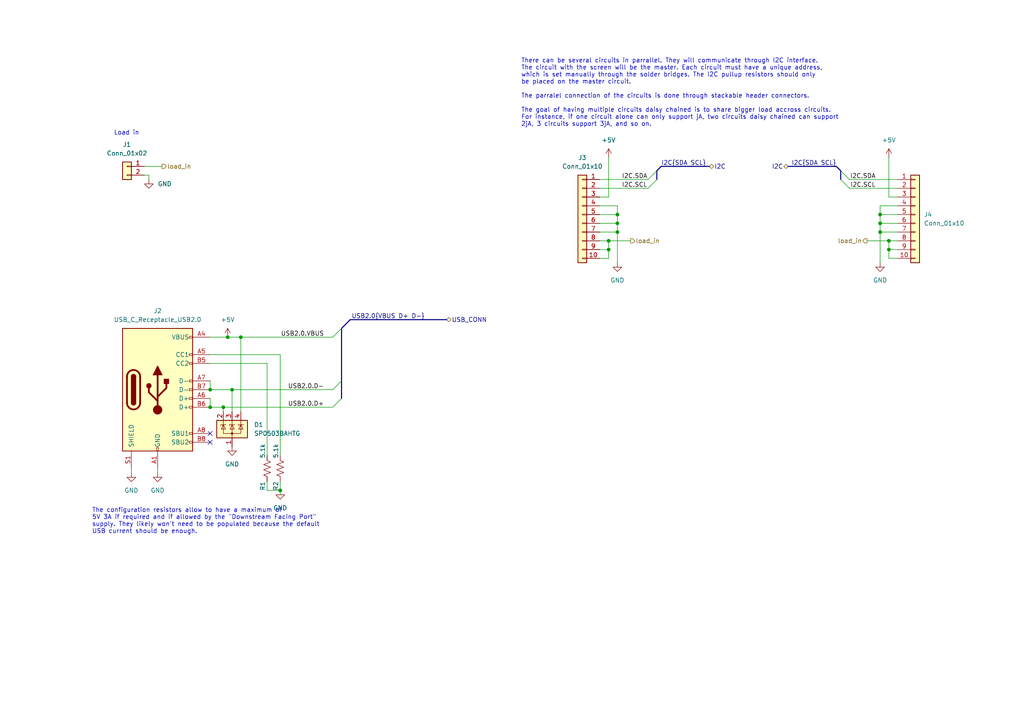
<source format=kicad_sch>
(kicad_sch (version 20211123) (generator eeschema)
  (paper "A4")
  (lib_symbols
    (symbol "Connector:USB_C_Receptacle_USB2.0" (pin_names (offset 1.016))
      (property "Reference" "J" (at -10.16 19.05 0))
      (property "Value" "USB_C_Receptacle_USB2.0" (at 19.05 19.05 0))
      (symbol "USB_C_Receptacle_USB2.0_0_0"
        (rectangle (start -0.254 -17.78) (end 0.254 -16.764))
        (rectangle (start 10.16 -14.986) (end 9.144 -15.494))
        (rectangle (start 10.16 -12.446) (end 9.144 -12.954))
        (rectangle (start 10.16 -4.826) (end 9.144 -5.334))
        (rectangle (start 10.16 -2.286) (end 9.144 -2.794))
        (rectangle (start 10.16 0.254) (end 9.144 -0.254))
        (rectangle (start 10.16 2.794) (end 9.144 2.286))
        (rectangle (start 10.16 7.874) (end 9.144 7.366))
        (rectangle (start 10.16 10.414) (end 9.144 9.906))
        (rectangle (start 10.16 15.494) (end 9.144 14.986))
      )
      (symbol "USB_C_Receptacle_USB2.0_0_1"
        (rectangle (start -10.16 17.78) (end 10.16 -17.78) (stroke (width 0.254)) (fill (type background)))
        (arc (start -8.89 -3.81) (mid -6.985 -5.715) (end -5.08 -3.81) (stroke (width 0.508)))
        (arc (start -7.62 -3.81) (mid -6.985 -4.445) (end -6.35 -3.81) (stroke (width 0.254)))
        (arc (start -7.62 -3.81) (mid -6.985 -4.445) (end -6.35 -3.81) (stroke (width 0.254)) (fill (type outline)))
        (rectangle (start -7.62 -3.81) (end -6.35 3.81) (stroke (width 0.254)) (fill (type outline)))
        (arc (start -6.35 3.81) (mid -6.985 4.445) (end -7.62 3.81) (stroke (width 0.254)))
        (arc (start -6.35 3.81) (mid -6.985 4.445) (end -7.62 3.81) (stroke (width 0.254)) (fill (type outline)))
        (arc (start -5.08 3.81) (mid -6.985 5.715) (end -8.89 3.81) (stroke (width 0.508)))
        (circle (center -2.54 1.143) (radius 0.635) (stroke (width 0.254)) (fill (type outline)))
        (circle (center 0 -5.842) (radius 1.27) (fill (type outline)))
        (polyline (pts (xy -8.89 -3.81) (xy -8.89 3.81)) (stroke (width 0.508)))
        (polyline (pts (xy -5.08 3.81) (xy -5.08 -3.81)) (stroke (width 0.508)))
        (polyline (pts (xy 0 -5.842) (xy 0 4.318)) (stroke (width 0.508)))
        (polyline (pts (xy 0 -3.302) (xy -2.54 -0.762) (xy -2.54 0.508)) (stroke (width 0.508)))
        (polyline (pts (xy 0 -2.032) (xy 2.54 0.508) (xy 2.54 1.778)) (stroke (width 0.508)))
        (polyline (pts (xy -1.27 4.318) (xy 0 6.858) (xy 1.27 4.318) (xy -1.27 4.318)) (stroke (width 0.254)) (fill (type outline)))
        (rectangle (start 1.905 1.778) (end 3.175 3.048) (stroke (width 0.254)) (fill (type outline)))
      )
      (symbol "USB_C_Receptacle_USB2.0_1_1"
        (pin passive line (at 0 -22.86 90) (length 5.08) (name "GND") (number "A1"))
        (pin passive line (at 0 -22.86 90) (length 5.08) hide (name "GND") (number "A12"))
        (pin passive line (at 15.24 15.24 180) (length 5.08) (name "VBUS") (number "A4"))
        (pin bidirectional line (at 15.24 10.16 180) (length 5.08) (name "CC1") (number "A5"))
        (pin bidirectional line (at 15.24 -2.54 180) (length 5.08) (name "D+") (number "A6"))
        (pin bidirectional line (at 15.24 2.54 180) (length 5.08) (name "D-") (number "A7"))
        (pin bidirectional line (at 15.24 -12.7 180) (length 5.08) (name "SBU1") (number "A8"))
        (pin passive line (at 15.24 15.24 180) (length 5.08) hide (name "VBUS") (number "A9"))
        (pin passive line (at 0 -22.86 90) (length 5.08) hide (name "GND") (number "B1"))
        (pin passive line (at 0 -22.86 90) (length 5.08) hide (name "GND") (number "B12"))
        (pin passive line (at 15.24 15.24 180) (length 5.08) hide (name "VBUS") (number "B4"))
        (pin bidirectional line (at 15.24 7.62 180) (length 5.08) (name "CC2") (number "B5"))
        (pin bidirectional line (at 15.24 -5.08 180) (length 5.08) (name "D+") (number "B6"))
        (pin bidirectional line (at 15.24 0 180) (length 5.08) (name "D-") (number "B7"))
        (pin bidirectional line (at 15.24 -15.24 180) (length 5.08) (name "SBU2") (number "B8"))
        (pin passive line (at 15.24 15.24 180) (length 5.08) hide (name "VBUS") (number "B9"))
        (pin passive line (at -7.62 -22.86 90) (length 5.08) (name "SHIELD") (number "S1"))
      )
    )
    (symbol "Connector_Generic:Conn_01x02" (pin_names (offset 1.016) hide)
      (property "Reference" "J" (at 0 2.54 0))
      (property "Value" "Conn_01x02" (at 0 -5.08 0))
      (symbol "Conn_01x02_1_1"
        (rectangle (start -1.27 -2.413) (end 0 -2.667) (stroke (width 0.1524)))
        (rectangle (start -1.27 0.127) (end 0 -0.127) (stroke (width 0.1524)))
        (rectangle (start -1.27 1.27) (end 1.27 -3.81) (stroke (width 0.254)) (fill (type background)))
        (pin passive line (at -5.08 0 0) (length 3.81) (name "Pin_1") (number "1"))
        (pin passive line (at -5.08 -2.54 0) (length 3.81) (name "Pin_2") (number "2"))
      )
    )
    (symbol "Connector_Generic:Conn_01x10" (pin_names (offset 1.016) hide)
      (property "Reference" "J" (at 0 12.7 0))
      (property "Value" "Conn_01x10" (at 0 -15.24 0))
      (symbol "Conn_01x10_1_1"
        (rectangle (start -1.27 -12.573) (end 0 -12.827) (stroke (width 0.1524)))
        (rectangle (start -1.27 -10.033) (end 0 -10.287) (stroke (width 0.1524)))
        (rectangle (start -1.27 -7.493) (end 0 -7.747) (stroke (width 0.1524)))
        (rectangle (start -1.27 -4.953) (end 0 -5.207) (stroke (width 0.1524)))
        (rectangle (start -1.27 -2.413) (end 0 -2.667) (stroke (width 0.1524)))
        (rectangle (start -1.27 0.127) (end 0 -0.127) (stroke (width 0.1524)))
        (rectangle (start -1.27 2.667) (end 0 2.413) (stroke (width 0.1524)))
        (rectangle (start -1.27 5.207) (end 0 4.953) (stroke (width 0.1524)))
        (rectangle (start -1.27 7.747) (end 0 7.493) (stroke (width 0.1524)))
        (rectangle (start -1.27 10.287) (end 0 10.033) (stroke (width 0.1524)))
        (rectangle (start -1.27 11.43) (end 1.27 -13.97) (stroke (width 0.254)) (fill (type background)))
        (pin passive line (at -5.08 10.16 0) (length 3.81) (name "Pin_1") (number "1"))
        (pin passive line (at -5.08 -12.7 0) (length 3.81) (name "Pin_10") (number "10"))
        (pin passive line (at -5.08 7.62 0) (length 3.81) (name "Pin_2") (number "2"))
        (pin passive line (at -5.08 5.08 0) (length 3.81) (name "Pin_3") (number "3"))
        (pin passive line (at -5.08 2.54 0) (length 3.81) (name "Pin_4") (number "4"))
        (pin passive line (at -5.08 0 0) (length 3.81) (name "Pin_5") (number "5"))
        (pin passive line (at -5.08 -2.54 0) (length 3.81) (name "Pin_6") (number "6"))
        (pin passive line (at -5.08 -5.08 0) (length 3.81) (name "Pin_7") (number "7"))
        (pin passive line (at -5.08 -7.62 0) (length 3.81) (name "Pin_8") (number "8"))
        (pin passive line (at -5.08 -10.16 0) (length 3.81) (name "Pin_9") (number "9"))
      )
    )
    (symbol "Device:R_US" (pin_numbers hide) (pin_names (offset 0))
      (property "Reference" "R" (at 2.54 0 90))
      (property "Value" "R_US" (at -2.54 0 90))
      (symbol "R_US_0_1"
        (polyline (pts (xy 0 -2.286) (xy 0 -2.54)))
        (polyline (pts (xy 0 2.286) (xy 0 2.54)))
        (polyline (pts (xy 0 -0.762) (xy 1.016 -1.143) (xy 0 -1.524) (xy -1.016 -1.905) (xy 0 -2.286)))
        (polyline (pts (xy 0 0.762) (xy 1.016 0.381) (xy 0 0) (xy -1.016 -0.381) (xy 0 -0.762)))
        (polyline (pts (xy 0 2.286) (xy 1.016 1.905) (xy 0 1.524) (xy -1.016 1.143) (xy 0 0.762)))
      )
      (symbol "R_US_1_1"
        (pin passive line (at 0 3.81 270) (length 1.27) (name "~") (number "1"))
        (pin passive line (at 0 -3.81 90) (length 1.27) (name "~") (number "2"))
      )
    )
    (symbol "Power_Protection:SP0503BAHT" (pin_names hide)
      (property "Reference" "D" (at 5.715 2.54 0))
      (property "Value" "SP0503BAHT" (at 5.715 0.635 0))
      (symbol "SP0503BAHT_0_0"
        (pin passive line (at 0 -5.08 90) (length 2.54) (name "A") (number "1"))
      )
      (symbol "SP0503BAHT_0_1"
        (rectangle (start -4.445 2.54) (end 4.445 -2.54) (stroke (width 0.254)) (fill (type background)))
        (circle (center 0 -1.27) (radius 0.254) (fill (type outline)))
        (polyline (pts (xy -2.54 2.54) (xy -2.54 1.27)))
        (polyline (pts (xy 0 -1.27) (xy 0 -2.54)))
        (polyline (pts (xy 0 -1.27) (xy 0 1.27)))
        (polyline (pts (xy 0 2.54) (xy 0 1.27)))
        (polyline (pts (xy 0.635 1.27) (xy 0.762 1.27)))
        (polyline (pts (xy 2.54 2.54) (xy 2.54 1.27)))
        (polyline (pts (xy 0.635 1.27) (xy -0.762 1.27) (xy -0.762 1.016)))
        (polyline (pts (xy -3.302 1.016) (xy -3.302 1.27) (xy -1.905 1.27) (xy -1.778 1.27)))
        (polyline (pts (xy -2.54 1.27) (xy -2.54 -1.27) (xy 2.54 -1.27) (xy 2.54 1.27)))
        (polyline (pts (xy -2.54 1.27) (xy -1.905 0) (xy -3.175 0) (xy -2.54 1.27)))
        (polyline (pts (xy 0.635 0) (xy -0.635 0) (xy 0 1.27) (xy 0.635 0)))
        (polyline (pts (xy 1.778 1.016) (xy 1.778 1.27) (xy 3.175 1.27) (xy 3.302 1.27)))
        (polyline (pts (xy 2.54 1.27) (xy 1.905 0) (xy 3.175 0) (xy 2.54 1.27)))
      )
      (symbol "SP0503BAHT_1_1"
        (pin passive line (at -2.54 5.08 270) (length 2.54) (name "K") (number "2"))
        (pin passive line (at 0 5.08 270) (length 2.54) (name "K") (number "3"))
        (pin passive line (at 2.54 5.08 270) (length 2.54) (name "K") (number "4"))
      )
    )
    (symbol "power:+5V" (power) (pin_names (offset 0))
      (property "Value" "+5V" (at 0 3.556 0))
      (symbol "+5V_0_1"
        (polyline (pts (xy -0.762 1.27) (xy 0 2.54)))
        (polyline (pts (xy 0 0) (xy 0 2.54)))
        (polyline (pts (xy 0 2.54) (xy 0.762 1.27)))
      )
      (symbol "+5V_1_1"
        (pin power_in line (at 0 0 90) (length 0) hide (name "+5V") (number "1"))
      )
    )
    (symbol "power:GND" (power) (pin_names (offset 0))
      (property "Value" "GND" (at 0 -3.81 0))
      (symbol "GND_0_1"
        (polyline (pts (xy 0 0) (xy 0 -1.27) (xy 1.27 -1.27) (xy 0 -2.54) (xy -1.27 -1.27) (xy 0 -1.27)))
      )
      (symbol "GND_1_1"
        (pin power_in line (at 0 0 270) (length 0) hide (name "GND") (number "1"))
      )
    )
  )
  (junction (at 255.27 62.23))
  (junction (at 255.27 64.77))
  (junction (at 69.85 97.79))
  (junction (at 257.81 72.39))
  (junction (at 179.07 62.23))
  (junction (at 179.07 67.31))
  (junction (at 66.04 97.79))
  (junction (at 64.77 118.11))
  (junction (at 176.53 69.85))
  (junction (at 60.96 118.11))
  (junction (at 255.27 67.31))
  (junction (at 60.96 113.03))
  (junction (at 67.31 113.03))
  (junction (at 179.07 64.77))
  (junction (at 176.53 72.39))
  (junction (at 81.28 142.24))
  (junction (at 257.81 69.85))
  (no_connect (at 60.96 125.73))
  (no_connect (at 60.96 128.27))
  (bus_entry (at 190.5 49.53) (size -2.54 2.54))
  (bus_entry (at 99.06 115.57) (size -2.54 2.54))
  (bus_entry (at 99.06 110.49) (size -2.54 2.54))
  (bus_entry (at 190.5 52.07) (size -2.54 2.54))
  (bus_entry (at 243.84 49.53) (size 2.54 2.54))
  (bus_entry (at 99.06 95.25) (size -2.54 2.54))
  (bus_entry (at 243.84 52.07) (size 2.54 2.54))
  (wire (pts (xy 43.18 50.8) (xy 41.91 50.8)))
  (wire (pts (xy 260.35 52.07) (xy 246.38 52.07)))
  (wire (pts (xy 179.07 62.23) (xy 173.99 62.23)))
  (wire (pts (xy 255.27 59.69) (xy 255.27 62.23)))
  (wire (pts (xy 77.47 105.41) (xy 77.47 132.08)))
  (wire (pts (xy 81.28 102.87) (xy 81.28 132.08)))
  (wire (pts (xy 257.81 57.15) (xy 260.35 57.15)))
  (wire (pts (xy 251.46 69.85) (xy 257.81 69.85)))
  (wire (pts (xy 255.27 67.31) (xy 255.27 76.2)))
  (wire (pts (xy 176.53 57.15) (xy 173.99 57.15)))
  (wire (pts (xy 81.28 142.24) (xy 81.28 143.51)))
  (wire (pts (xy 77.47 142.24) (xy 77.47 139.7)))
  (bus (pts (xy 101.6 92.71) (xy 99.06 95.25)))
  (wire (pts (xy 81.28 142.24) (xy 81.28 139.7)))
  (wire (pts (xy 176.53 72.39) (xy 176.53 74.93)))
  (wire (pts (xy 45.72 135.89) (xy 45.72 137.16)))
  (bus (pts (xy 243.84 49.53) (xy 243.84 52.07)))
  (wire (pts (xy 173.99 54.61) (xy 187.96 54.61)))
  (wire (pts (xy 179.07 64.77) (xy 173.99 64.77)))
  (wire (pts (xy 179.07 62.23) (xy 179.07 64.77)))
  (bus (pts (xy 242.57 48.26) (xy 243.84 49.53)))
  (bus (pts (xy 190.5 49.53) (xy 190.5 52.07)))
  (wire (pts (xy 64.77 118.11) (xy 96.52 118.11)))
  (wire (pts (xy 255.27 64.77) (xy 260.35 64.77)))
  (wire (pts (xy 255.27 59.69) (xy 260.35 59.69)))
  (wire (pts (xy 67.31 113.03) (xy 96.52 113.03)))
  (bus (pts (xy 99.06 95.25) (xy 99.06 110.49)))
  (wire (pts (xy 60.96 102.87) (xy 81.28 102.87)))
  (wire (pts (xy 64.77 119.38) (xy 64.77 118.11)))
  (bus (pts (xy 191.77 48.26) (xy 190.5 49.53)))
  (wire (pts (xy 60.96 105.41) (xy 77.47 105.41)))
  (wire (pts (xy 69.85 97.79) (xy 96.52 97.79)))
  (wire (pts (xy 60.96 115.57) (xy 60.96 118.11)))
  (wire (pts (xy 182.88 69.85) (xy 176.53 69.85)))
  (wire (pts (xy 67.31 119.38) (xy 67.31 113.03)))
  (bus (pts (xy 205.74 48.26) (xy 191.77 48.26)))
  (wire (pts (xy 176.53 74.93) (xy 173.99 74.93)))
  (bus (pts (xy 101.6 92.71) (xy 129.54 92.71)))
  (wire (pts (xy 176.53 45.72) (xy 176.53 57.15)))
  (wire (pts (xy 257.81 72.39) (xy 260.35 72.39)))
  (wire (pts (xy 260.35 54.61) (xy 246.38 54.61)))
  (bus (pts (xy 228.6 48.26) (xy 242.57 48.26)))
  (wire (pts (xy 179.07 59.69) (xy 179.07 62.23)))
  (wire (pts (xy 255.27 64.77) (xy 255.27 67.31)))
  (wire (pts (xy 60.96 118.11) (xy 64.77 118.11)))
  (wire (pts (xy 179.07 64.77) (xy 179.07 67.31)))
  (wire (pts (xy 77.47 142.24) (xy 81.28 142.24)))
  (wire (pts (xy 257.81 69.85) (xy 257.81 72.39)))
  (wire (pts (xy 255.27 67.31) (xy 260.35 67.31)))
  (wire (pts (xy 176.53 69.85) (xy 173.99 69.85)))
  (wire (pts (xy 60.96 110.49) (xy 60.96 113.03)))
  (wire (pts (xy 41.91 48.26) (xy 46.99 48.26)))
  (wire (pts (xy 66.04 97.79) (xy 69.85 97.79)))
  (wire (pts (xy 257.81 72.39) (xy 257.81 74.93)))
  (wire (pts (xy 60.96 97.79) (xy 66.04 97.79)))
  (wire (pts (xy 38.1 137.16) (xy 38.1 135.89)))
  (wire (pts (xy 176.53 69.85) (xy 176.53 72.39)))
  (wire (pts (xy 173.99 52.07) (xy 187.96 52.07)))
  (bus (pts (xy 99.06 110.49) (xy 99.06 115.57)))
  (wire (pts (xy 176.53 72.39) (xy 173.99 72.39)))
  (wire (pts (xy 179.07 59.69) (xy 173.99 59.69)))
  (wire (pts (xy 179.07 67.31) (xy 179.07 76.2)))
  (wire (pts (xy 255.27 62.23) (xy 260.35 62.23)))
  (wire (pts (xy 257.81 74.93) (xy 260.35 74.93)))
  (wire (pts (xy 60.96 113.03) (xy 67.31 113.03)))
  (wire (pts (xy 69.85 97.79) (xy 69.85 119.38)))
  (wire (pts (xy 257.81 69.85) (xy 260.35 69.85)))
  (wire (pts (xy 179.07 67.31) (xy 173.99 67.31)))
  (wire (pts (xy 43.18 52.07) (xy 43.18 50.8)))
  (wire (pts (xy 257.81 45.72) (xy 257.81 57.15)))
  (wire (pts (xy 255.27 62.23) (xy 255.27 64.77)))
  (text "The configuration resistors allow to have a maximum of \n5V 3A if required and if allowed by the \"Downstream Facing Port\" \nsupply. They likely won't need to be populated because the default \nUSB current should be enough." (at 26.67 154.94 0) (effects (font (size 1.27 1.27)) (justify left bottom)))
  (text "There can be several circuits in parrallel. They will communicate through I2C interface.\nThe circuit with the screen will be the master. Each circuit must have a unique address, \nwhich is set manually through the solder bridges. The I2C pullup resistors should only \nbe placed on the master circuit.\n\nThe parralel connection of the circuits is done through stackable header connectors.\n\nThe goal of having multiple circuits daisy chained is to share bigger load accross circuits.\nFor instance, if one circuit alone can only support jA, two circuits daisy chained can support \n2jA, 3 circuits support 3jA, and so on." (at 151.13 36.83 0) (effects (font (size 1.27 1.27)) (justify left bottom)))
  (text "Load in" (at 33.02 39.37 0) (effects (font (size 1.27 1.27)) (justify left bottom)))
  (label "I2C{SDA SCL}" (at 191.77 48.26 0))
  (label "I2C.SCL" (at 254 54.61 180))
  (label "USB2.0{VBUS D+ D-}" (at 123.19 92.71 180))
  (label "USB2.0.D+" (at 93.98 118.11 180))
  (label "USB2.0.D-" (at 93.98 113.03 180))
  (label "I2C.SDA" (at 180.34 52.07 0))
  (label "I2C.SDA" (at 254 52.07 180))
  (label "I2C.SCL" (at 180.34 54.61 0))
  (label "USB2.0.VBUS" (at 93.98 97.79 180))
  (label "I2C{SDA SCL}" (at 242.57 48.26 180))
  (hierarchical_label "load_in" (shape output) (at 251.46 69.85 180))
  (hierarchical_label "I2C" (shape bidirectional) (at 228.6 48.26 180))
  (hierarchical_label "load_in" (shape output) (at 46.99 48.26 0))
  (hierarchical_label "load_in" (shape output) (at 182.88 69.85 0))
  (hierarchical_label "USB_CONN" (shape bidirectional) (at 129.54 92.71 0))
  (hierarchical_label "I2C" (shape bidirectional) (at 205.74 48.26 0))
  (symbol (lib_id "Connector_Generic:Conn_01x10") (at 168.91 62.23 0) (mirror y) (unit 1) (in_bom no)
    (property "Reference" "J3" (at 168.91 45.72 0))
    (property "Value" "Conn_01x10" (at 168.91 48.26 0))
    (property "Footprint" "Connector_PinSocket_2.54mm:PinSocket_1x10_P2.54mm_Vertical" (effects hide))
    (property "Manufacturer" "Generic" (effects hide))
    (property "PartNumber" "Generic" (effects hide))
  )
  (symbol (lib_id "power:GND") (at 45.72 137.16 0) (unit 1)
    (property "Reference" "#PWR03" (effects hide))
    (property "Value" "GND" (at 45.72 142.24 0))
  )
  (symbol (lib_id "power:GND") (at 81.28 142.24 0) (unit 1)
    (property "Reference" "#PWR06" (effects hide))
    (property "Value" "GND" (at 81.28 147.32 0))
  )
  (symbol (lib_id "Device:R_US") (at 77.47 135.89 180) (unit 1) (in_bom no)
    (property "Reference" "R1" (at 76.2 140.97 90))
    (property "Value" "5.1k" (at 76.2 130.81 90))
    (property "Footprint" "Resistor_SMD:R_0805_2012Metric" (effects hide))
    (property "Manufacturer" "Generic" (effects hide))
    (property "PartNumber" "Generic" (effects hide))
    (property "variant" "main_only" (effects hide))
  )
  (symbol (lib_id "Connector_Generic:Conn_01x02") (at 36.83 48.26 0) (mirror y) (unit 1) (in_bom no)
    (property "Reference" "J1" (at 36.83 41.91 0))
    (property "Value" "Conn_01x02" (at 36.83 44.45 0))
    (property "Footprint" "Connector_PinHeader_2.54mm:PinHeader_1x02_P2.54mm_Horizontal" (effects hide))
    (property "Manufacturer" "Generic" (effects hide))
    (property "PartNumber" "Generic" (effects hide))
    (property "variant" "main_only" (effects hide))
  )
  (symbol (lib_id "power:+5V") (at 257.81 45.72 0) (mirror y) (unit 1)
    (property "Reference" "#PWR010" (effects hide))
    (property "Value" "+5V" (at 257.81 40.64 0))
  )
  (symbol (lib_id "power:GND") (at 38.1 137.16 0) (unit 1)
    (property "Reference" "#PWR01" (effects hide))
    (property "Value" "GND" (at 38.1 142.24 0))
  )
  (symbol (lib_id "power:+5V") (at 66.04 97.79 0) (unit 1)
    (property "Reference" "#PWR04" (effects hide))
    (property "Value" "+5V" (at 66.04 92.71 0))
  )
  (symbol (lib_id "power:GND") (at 255.27 76.2 0) (unit 1)
    (property "Reference" "#PWR09" (effects hide))
    (property "Value" "GND" (at 255.27 81.28 0))
  )
  (symbol (lib_id "Device:R_US") (at 81.28 135.89 180) (unit 1) (in_bom no)
    (property "Reference" "R2" (at 80.01 140.97 90))
    (property "Value" "5.1k" (at 80.01 130.81 90))
    (property "Footprint" "Resistor_SMD:R_0805_2012Metric" (effects hide))
    (property "Manufacturer" "Generic" (effects hide))
    (property "PartNumber" "Generic" (effects hide))
    (property "variant" "main_only" (effects hide))
  )
  (symbol (lib_id "power:+5V") (at 176.53 45.72 0) (unit 1)
    (property "Reference" "#PWR07" (effects hide))
    (property "Value" "+5V" (at 176.53 40.64 0))
  )
  (symbol (lib_id "power:GND") (at 179.07 76.2 0) (mirror y) (unit 1)
    (property "Reference" "#PWR08" (effects hide))
    (property "Value" "GND" (at 179.07 81.28 0))
  )
  (symbol (lib_id "power:GND") (at 67.31 129.54 0) (unit 1)
    (property "Reference" "#PWR05" (effects hide))
    (property "Value" "GND" (at 67.31 134.62 0))
  )
  (symbol (lib_id "Connector:USB_C_Receptacle_USB2.0") (at 45.72 113.03 0) (unit 1)
    (property "Reference" "J2" (at 45.72 90.17 0))
    (property "Value" "USB_C_Receptacle_USB2.0" (at 45.72 92.71 0))
    (property "Footprint" "Connector_USB:USB_C_Receptacle_GCT_USB4085" (effects hide))
    (property "Datasheet" "https://www.usb.org/sites/default/files/documents/usb_type-c.zip" (effects hide))
    (property "Manufacturer" "GCT" (effects hide))
    (property "PartNumber" "USB4085" (effects hide))
    (property "variant" "main_only" (effects hide))
  )
  (symbol (lib_id "power:GND") (at 43.18 52.07 0) (mirror y) (unit 1)
    (property "Reference" "#PWR02" (effects hide))
    (property "Value" "GND" (at 45.72 53.3399 0) (effects (justify right)))
  )
  (symbol (lib_id "Connector_Generic:Conn_01x10") (at 265.43 62.23 0) (unit 1) (in_bom no)
    (property "Reference" "J4" (at 267.97 62.2299 0) (effects (justify left)))
    (property "Value" "Conn_01x10" (at 267.97 64.7699 0) (effects (justify left)))
    (property "Footprint" "Connector_PinSocket_2.54mm:PinSocket_1x10_P2.54mm_Vertical" (effects hide))
    (property "Manufacturer" "Generic" (effects hide))
    (property "PartNumber" "Generic" (effects hide))
  )
  (symbol (lib_id "Power_Protection:SP0503BAHT") (at 67.31 124.46 0) (unit 1)
    (property "Reference" "D1" (at 73.66 123.1899 0) (effects (justify left)))
    (property "Value" "SP0503BAHTG" (at 73.66 125.7299 0) (effects (justify left)))
    (property "Footprint" "Package_TO_SOT_SMD:SOT-143" (effects hide))
    (property "Datasheet" "http://www.littelfuse.com/~/media/files/littelfuse/technical%20resources/documents/data%20sheets/sp05xxba.pdf" (effects hide))
    (property "Manufacturer" "Littlefuse" (effects hide))
    (property "PartNumber" "SP0503BAHTG" (effects hide))
    (property "variant" "main_only" (effects hide))
  )
)
</source>
